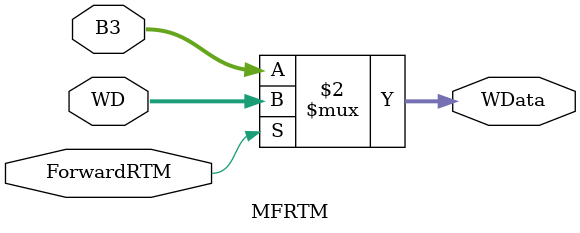
<source format=v>
`timescale 1ns / 1ps
module MFRSD(
	input [1:0]ForwardRSD,
	input [31:0]RD1,
	input [31:0]WD,
	input [31:0]Result3,
	output [31:0]A1
    );

	assign A1 = (ForwardRSD==2'b01) ? Result3:
					(ForwardRSD==2'b10) ? WD:
					RD1;

endmodule

module MFRTD(
	input [1:0]ForwardRTD,
	input [31:0]RD2,
	input [31:0]WD,
	input [31:0]Result3,
	output [31:0]B1
    );

	assign B1 = (ForwardRTD==2'b01) ? Result3:
					(ForwardRTD==2'b10) ? WD:
					RD2;

endmodule

module MFRSE(
	input [1:0]ForwardRSE,
	input [31:0]A2,
	input [31:0]Result3,
	input [31:0]WD,
	output [31:0]A
    );

	assign A = (ForwardRSE==2'b01) ? Result3:
				  (ForwardRSE==2'b10) ? WD	  :
				  A2;
endmodule

module MFRTE(
	input [1:0]ForwardRTE,
	input [31:0]B2in,
	input [31:0]Result3,
	input [31:0]WD,
	output [31:0]B2
    );

	assign B2 = (ForwardRTE==2'b01) ? Result3:
				   (ForwardRTE==2'b10) ? WD	  :
				   B2in;
endmodule

module MFRTM(
	input ForwardRTM,
	input [31:0]B3,
	input [31:0]WD,
	output [31:0]WData
	);
	
	assign WData = (ForwardRTM==1'b1) ? WD:
						B3;
endmodule

</source>
